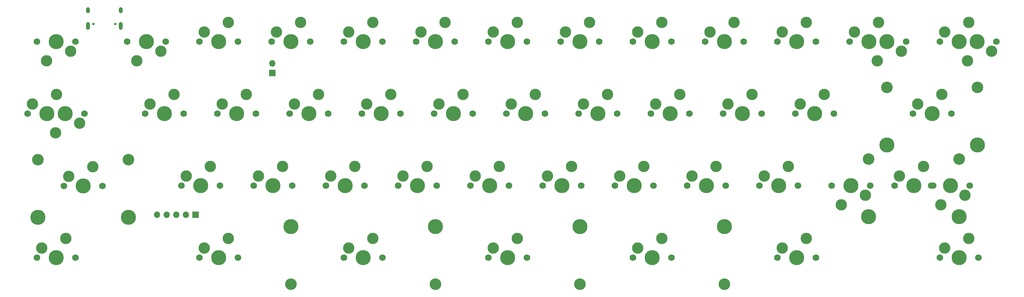
<source format=gbr>
%TF.GenerationSoftware,KiCad,Pcbnew,(6.0.7)*%
%TF.CreationDate,2023-01-25T01:57:20+01:00*%
%TF.ProjectId,william,77696c6c-6961-46d2-9e6b-696361645f70,rev?*%
%TF.SameCoordinates,Original*%
%TF.FileFunction,Soldermask,Top*%
%TF.FilePolarity,Negative*%
%FSLAX46Y46*%
G04 Gerber Fmt 4.6, Leading zero omitted, Abs format (unit mm)*
G04 Created by KiCad (PCBNEW (6.0.7)) date 2023-01-25 01:57:20*
%MOMM*%
%LPD*%
G01*
G04 APERTURE LIST*
%ADD10C,3.987800*%
%ADD11C,3.000000*%
%ADD12C,1.750000*%
%ADD13C,3.048000*%
%ADD14R,1.700000X1.700000*%
%ADD15O,1.700000X1.700000*%
%ADD16C,0.650000*%
%ADD17O,1.000000X2.100000*%
%ADD18O,1.000000X1.600000*%
G04 APERTURE END LIST*
D10*
%TO.C,SW23*%
X211137500Y-65087500D03*
D11*
X213677500Y-60007500D03*
D12*
X206057500Y-65087500D03*
X216217500Y-65087500D03*
D11*
X207327500Y-62547500D03*
%TD*%
%TO.C,SW42*%
X221615000Y-100647500D03*
D12*
X220345000Y-103187500D03*
X230505000Y-103187500D03*
D11*
X227965000Y-98107500D03*
D10*
X225425000Y-103187500D03*
%TD*%
D12*
%TO.C,SW43*%
X273367500Y-103187500D03*
D11*
X270827500Y-98107500D03*
D10*
X268287500Y-103187500D03*
D12*
X263207500Y-103187500D03*
D11*
X264477500Y-100647500D03*
%TD*%
D10*
%TO.C,SW13(1.5)1*%
X268287500Y-46037500D03*
D12*
X263207500Y-46037500D03*
X273367500Y-46037500D03*
D11*
X264477500Y-43497500D03*
X270827500Y-40957500D03*
%TD*%
%TO.C,SW37(1.75)1*%
X263461500Y-89217500D03*
D10*
X266001500Y-84137500D03*
D12*
X260921500Y-84137500D03*
D11*
X269811500Y-86677500D03*
D12*
X271081500Y-84137500D03*
%TD*%
D10*
%TO.C,SW25*%
X249237500Y-73335550D03*
D12*
X256095500Y-65080550D03*
D10*
X273113500Y-73335550D03*
X261175500Y-65080550D03*
D11*
X257365500Y-62540550D03*
D13*
X273113500Y-58095550D03*
D11*
X263715500Y-60000550D03*
D13*
X249237500Y-58095550D03*
D12*
X266255500Y-65080550D03*
%TD*%
D11*
%TO.C,SW21*%
X175577500Y-60007500D03*
X169227500Y-62547500D03*
D12*
X178117500Y-65087500D03*
D10*
X173037500Y-65087500D03*
D12*
X167957500Y-65087500D03*
%TD*%
D11*
%TO.C,SW15*%
X54927500Y-62547500D03*
D10*
X58737500Y-65087500D03*
D11*
X61277500Y-60007500D03*
D12*
X53657500Y-65087500D03*
X63817500Y-65087500D03*
%TD*%
%TO.C,SW7*%
X154305000Y-46037500D03*
D10*
X149225000Y-46037500D03*
D11*
X145415000Y-43497500D03*
X151765000Y-40957500D03*
D12*
X144145000Y-46037500D03*
%TD*%
%TO.C,SW34*%
X206692500Y-84137500D03*
D10*
X201612500Y-84137500D03*
D12*
X196532500Y-84137500D03*
D11*
X204152500Y-79057500D03*
X197802500Y-81597500D03*
%TD*%
%TO.C,SW9*%
X183515000Y-43497500D03*
D12*
X182245000Y-46037500D03*
D10*
X187325000Y-46037500D03*
D12*
X192405000Y-46037500D03*
D11*
X189865000Y-40957500D03*
%TD*%
%TO.C,SW30*%
X121602500Y-81597500D03*
D10*
X125412500Y-84137500D03*
D12*
X120332500Y-84137500D03*
D11*
X127952500Y-79057500D03*
D12*
X130492500Y-84137500D03*
%TD*%
D11*
%TO.C,SW19*%
X137477500Y-60007500D03*
X131127500Y-62547500D03*
D10*
X134937500Y-65087500D03*
D12*
X140017500Y-65087500D03*
X129857500Y-65087500D03*
%TD*%
%TO.C,SW14(1.25)1*%
X32841497Y-65046825D03*
D11*
X23951497Y-62506825D03*
D10*
X27761497Y-65046825D03*
D11*
X30301497Y-59966825D03*
D12*
X22681497Y-65046825D03*
%TD*%
D11*
%TO.C,SW44*%
X113665000Y-98107500D03*
D10*
X111125000Y-103187500D03*
D13*
X130175000Y-110172500D03*
D10*
X130175000Y-94932500D03*
D12*
X106045000Y-103187500D03*
D10*
X92075000Y-94932500D03*
D13*
X92075000Y-110172500D03*
D11*
X107315000Y-100647500D03*
D12*
X116205000Y-103187500D03*
%TD*%
%TO.C,SW45*%
X182245000Y-103187500D03*
D13*
X168275000Y-110172500D03*
X206375000Y-110172500D03*
D11*
X189865000Y-98107500D03*
D10*
X168275000Y-94932500D03*
X187325000Y-103187500D03*
X206375000Y-94932500D03*
D12*
X192405000Y-103187500D03*
D11*
X183515000Y-100647500D03*
%TD*%
D10*
%TO.C,SW33*%
X182562500Y-84137500D03*
D11*
X178752500Y-81597500D03*
D12*
X187642500Y-84137500D03*
D11*
X185102500Y-79057500D03*
D12*
X177482500Y-84137500D03*
%TD*%
D11*
%TO.C,SW32*%
X159702500Y-81597500D03*
X166052500Y-79057500D03*
D12*
X168592500Y-84137500D03*
X158432500Y-84137500D03*
D10*
X163512500Y-84137500D03*
%TD*%
D11*
%TO.C,SW36*%
X243522500Y-86677500D03*
D12*
X244792500Y-84137500D03*
D10*
X239712500Y-84137500D03*
D11*
X237172500Y-89217500D03*
D12*
X234632500Y-84137500D03*
%TD*%
D11*
%TO.C,SW4*%
X88265000Y-43497500D03*
D12*
X97155000Y-46037500D03*
D11*
X94615000Y-40957500D03*
D10*
X92075000Y-46037500D03*
D12*
X86995000Y-46037500D03*
%TD*%
D11*
%TO.C,SW5*%
X113665000Y-40957500D03*
D12*
X106045000Y-46037500D03*
D11*
X107315000Y-43497500D03*
D10*
X111125000Y-46037500D03*
D12*
X116205000Y-46037500D03*
%TD*%
D11*
%TO.C,SW16*%
X80327500Y-60007500D03*
X73977500Y-62547500D03*
D10*
X77787500Y-65087500D03*
D12*
X82867500Y-65087500D03*
X72707500Y-65087500D03*
%TD*%
D13*
%TO.C,SW37(2.75)1*%
X244411500Y-77089000D03*
D10*
X244411500Y-92329000D03*
D12*
X251269500Y-84074000D03*
D10*
X268287500Y-92329000D03*
D12*
X261429500Y-84074000D03*
D11*
X258889500Y-78994000D03*
D10*
X256349500Y-84074000D03*
D11*
X252539500Y-81534000D03*
D13*
X268287500Y-77089000D03*
%TD*%
D12*
%TO.C,SW17*%
X91757500Y-65087500D03*
X101917500Y-65087500D03*
D11*
X93027500Y-62547500D03*
D10*
X96837500Y-65087500D03*
D11*
X99377500Y-60007500D03*
%TD*%
D12*
%TO.C,SW18*%
X110807500Y-65087500D03*
D11*
X118427500Y-60007500D03*
D12*
X120967500Y-65087500D03*
D10*
X115887500Y-65087500D03*
D11*
X112077500Y-62547500D03*
%TD*%
%TO.C,SW35*%
X216852500Y-81597500D03*
D12*
X225742500Y-84137500D03*
X215582500Y-84137500D03*
D11*
X223202500Y-79057500D03*
D10*
X220662500Y-84137500D03*
%TD*%
%TO.C,SW39*%
X30162500Y-103187500D03*
D12*
X25082500Y-103187500D03*
X35242500Y-103187500D03*
D11*
X26352500Y-100647500D03*
X32702500Y-98107500D03*
%TD*%
D12*
%TO.C,SW40*%
X78105000Y-103187500D03*
X67945000Y-103187500D03*
D10*
X73025000Y-103187500D03*
D11*
X75565000Y-98107500D03*
X69215000Y-100647500D03*
%TD*%
%TO.C,SW31*%
X140652500Y-81597500D03*
D10*
X144462500Y-84137500D03*
D12*
X139382500Y-84137500D03*
X149542500Y-84137500D03*
D11*
X147002500Y-79057500D03*
%TD*%
D10*
%TO.C,SW8*%
X168275000Y-46037500D03*
D11*
X164465000Y-43497500D03*
D12*
X173355000Y-46037500D03*
D11*
X170815000Y-40957500D03*
D12*
X163195000Y-46037500D03*
%TD*%
%TO.C,SW12*%
X278130000Y-46037500D03*
D11*
X276860000Y-48577500D03*
D12*
X267970000Y-46037500D03*
D10*
X273050000Y-46037500D03*
D11*
X270510000Y-51117500D03*
%TD*%
D10*
%TO.C,SW41*%
X149225000Y-103187500D03*
D13*
X206375000Y-110172500D03*
D10*
X92075000Y-94932500D03*
D12*
X144145000Y-103187500D03*
D11*
X145415000Y-100647500D03*
X151765000Y-98107500D03*
D13*
X92075000Y-110172500D03*
D12*
X154305000Y-103187500D03*
D10*
X206375000Y-94932500D03*
%TD*%
D12*
%TO.C,SW11*%
X220345000Y-46037500D03*
D10*
X225425000Y-46037500D03*
D11*
X221615000Y-43497500D03*
D12*
X230505000Y-46037500D03*
D11*
X227965000Y-40957500D03*
%TD*%
D12*
%TO.C,SW28*%
X92392500Y-84137500D03*
D11*
X89852500Y-79057500D03*
X83502500Y-81597500D03*
D10*
X87312500Y-84137500D03*
D12*
X82232500Y-84137500D03*
%TD*%
%TO.C,SW3*%
X67945000Y-46037500D03*
X78105000Y-46037500D03*
D11*
X75565000Y-40957500D03*
D10*
X73025000Y-46037500D03*
D11*
X69215000Y-43497500D03*
%TD*%
D12*
%TO.C,SW1*%
X25082500Y-46037500D03*
D11*
X33972500Y-48577500D03*
D10*
X30162500Y-46037500D03*
D12*
X35242500Y-46037500D03*
D11*
X27622500Y-51117500D03*
%TD*%
D12*
%TO.C,SW10*%
X201295000Y-46037500D03*
D11*
X208915000Y-40957500D03*
D12*
X211455000Y-46037500D03*
D11*
X202565000Y-43497500D03*
D10*
X206375000Y-46037500D03*
%TD*%
D11*
%TO.C,SW13*%
X247015000Y-40957500D03*
X240665000Y-43497500D03*
D12*
X249555000Y-46037500D03*
X239395000Y-46037500D03*
D10*
X244475000Y-46037500D03*
%TD*%
D12*
%TO.C,SW27*%
X73342500Y-84137500D03*
D10*
X68262500Y-84137500D03*
D12*
X63182500Y-84137500D03*
D11*
X70802500Y-79057500D03*
X64452500Y-81597500D03*
%TD*%
%TO.C,SW22*%
X188277500Y-62547500D03*
D12*
X187007500Y-65087500D03*
D10*
X192087500Y-65087500D03*
D12*
X197167500Y-65087500D03*
D11*
X194627500Y-60007500D03*
%TD*%
D12*
%TO.C,SW6*%
X135255000Y-46037500D03*
D11*
X132715000Y-40957500D03*
D12*
X125095000Y-46037500D03*
D11*
X126365000Y-43497500D03*
D10*
X130175000Y-46037500D03*
%TD*%
D12*
%TO.C,SW24*%
X225107500Y-65087500D03*
D11*
X226377500Y-62547500D03*
D12*
X235267500Y-65087500D03*
D11*
X232727500Y-60007500D03*
D10*
X230187500Y-65087500D03*
%TD*%
%TO.C,SW29*%
X106362500Y-84137500D03*
D11*
X108902500Y-79057500D03*
D12*
X111442500Y-84137500D03*
X101282500Y-84137500D03*
D11*
X102552500Y-81597500D03*
%TD*%
D12*
%TO.C,SW20*%
X148907500Y-65087500D03*
D11*
X150177500Y-62547500D03*
D12*
X159067500Y-65087500D03*
D11*
X156527500Y-60007500D03*
D10*
X153987500Y-65087500D03*
%TD*%
D11*
%TO.C,SW14*%
X30035500Y-70167500D03*
D12*
X37655500Y-65087500D03*
D10*
X32575500Y-65087500D03*
D11*
X36385500Y-67627500D03*
D12*
X27495500Y-65087500D03*
%TD*%
D11*
%TO.C,SW2*%
X57785000Y-48577500D03*
D12*
X48895000Y-46037500D03*
X59055000Y-46037500D03*
D10*
X53975000Y-46037500D03*
D11*
X51435000Y-51117500D03*
%TD*%
%TO.C,SW12(1.5)1*%
X246697500Y-51117500D03*
D12*
X244157500Y-46037500D03*
X254317500Y-46037500D03*
D11*
X253047500Y-48577500D03*
D10*
X249237500Y-46037500D03*
%TD*%
D11*
%TO.C,SW26*%
X39814500Y-79121000D03*
D13*
X25336500Y-77216000D03*
D10*
X25336500Y-92456000D03*
X37274500Y-84201000D03*
D13*
X49212500Y-77216000D03*
D11*
X33464500Y-81661000D03*
D12*
X42354500Y-84201000D03*
D10*
X49212500Y-92456000D03*
D12*
X32194500Y-84201000D03*
%TD*%
D14*
%TO.C,SW37*%
X87147000Y-54336000D03*
D15*
X87147000Y-51796000D03*
%TD*%
D16*
%TO.C,J1*%
X45752499Y-41319539D03*
X39972499Y-41319539D03*
D17*
X47182499Y-41849539D03*
D18*
X47182499Y-37669539D03*
X38542499Y-37669539D03*
D17*
X38542499Y-41849539D03*
%TD*%
D14*
%TO.C,J2*%
X66899000Y-91796000D03*
D15*
X64359000Y-91796000D03*
X61819000Y-91796000D03*
X59279000Y-91796000D03*
X56739000Y-91796000D03*
%TD*%
M02*

</source>
